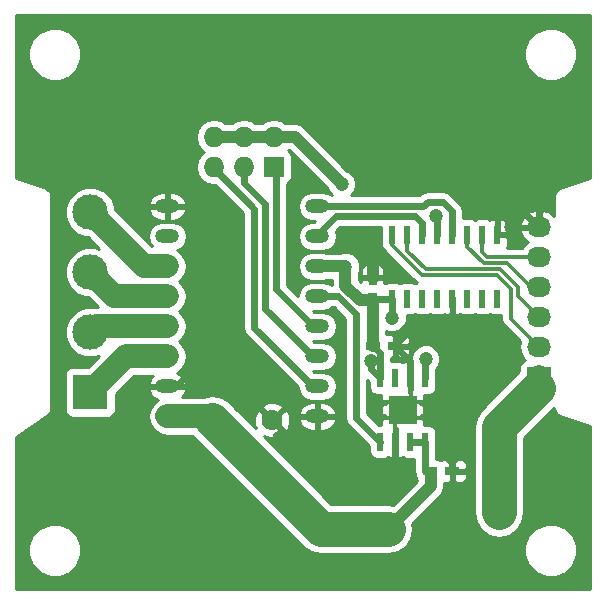
<source format=gbr>
G04 #@! TF.FileFunction,Copper,L2,Bot,Signal*
%FSLAX46Y46*%
G04 Gerber Fmt 4.6, Leading zero omitted, Abs format (unit mm)*
G04 Created by KiCad (PCBNEW 0.201604172031+6696~44~ubuntu14.04.1-product) date Thu 21 Apr 2016 04:16:58 PM EEST*
%MOMM*%
%LPD*%
G01*
G04 APERTURE LIST*
%ADD10C,0.100000*%
%ADD11R,0.750000X1.200000*%
%ADD12R,2.032000X1.727200*%
%ADD13O,2.032000X1.727200*%
%ADD14R,0.600000X1.500000*%
%ADD15O,2.000000X1.200000*%
%ADD16R,1.727200X1.727200*%
%ADD17O,1.727200X1.727200*%
%ADD18R,1.778000X1.778000*%
%ADD19C,1.778000*%
%ADD20R,2.999740X2.999740*%
%ADD21C,2.999740*%
%ADD22R,1.200000X0.750000*%
%ADD23R,0.600000X1.550000*%
%ADD24R,1.175000X1.175000*%
%ADD25C,1.500000*%
%ADD26C,1.200000*%
%ADD27C,1.000000*%
%ADD28C,3.000000*%
%ADD29C,2.000000*%
%ADD30C,0.600000*%
%ADD31C,0.300000*%
%ADD32C,0.254000*%
G04 APERTURE END LIST*
D10*
D11*
X127900000Y-54850000D03*
X127900000Y-52950000D03*
D12*
X142000000Y-61370000D03*
D13*
X142000000Y-58830000D03*
X142000000Y-56290000D03*
X142000000Y-53750000D03*
X142000000Y-51210000D03*
X142000000Y-48670000D03*
D14*
X129555000Y-49300000D03*
X130825000Y-49300000D03*
X132095000Y-49300000D03*
X133365000Y-49300000D03*
X134635000Y-49300000D03*
X135905000Y-49300000D03*
X137175000Y-49300000D03*
X138445000Y-49300000D03*
X138445000Y-54700000D03*
X137175000Y-54700000D03*
X135905000Y-54700000D03*
X134635000Y-54700000D03*
X133365000Y-54700000D03*
X132095000Y-54700000D03*
X130825000Y-54700000D03*
X129555000Y-54700000D03*
D15*
X110529759Y-64674669D03*
X123229759Y-64674669D03*
X110529759Y-62134669D03*
X123229759Y-62134669D03*
X110529759Y-59594669D03*
X123229759Y-59594669D03*
X110529759Y-57054669D03*
X123229759Y-57054669D03*
X110529759Y-54514669D03*
X123229759Y-54514669D03*
X110529759Y-51974669D03*
X123229759Y-51974669D03*
X110529759Y-49434669D03*
X123229759Y-49434669D03*
X110529759Y-46894669D03*
X123229759Y-46894669D03*
D16*
X119540000Y-43540000D03*
D17*
X119540000Y-41000000D03*
X117000000Y-43540000D03*
X117000000Y-41000000D03*
X114460000Y-43540000D03*
X114460000Y-41000000D03*
D18*
X114333000Y-65000000D03*
D19*
X119413000Y-65000000D03*
D20*
X104000000Y-62620000D03*
D21*
X104000000Y-57540000D03*
X104000000Y-52460000D03*
X104000000Y-47380000D03*
D22*
X132750000Y-69300000D03*
X134650000Y-69300000D03*
X127921417Y-58710653D03*
X129821417Y-58710653D03*
D23*
X132363917Y-66823153D03*
X131093917Y-66823153D03*
X129823917Y-66823153D03*
X128553917Y-66823153D03*
X128553917Y-61423153D03*
X129823917Y-61423153D03*
X131093917Y-61423153D03*
X132363917Y-61423153D03*
D24*
X129871417Y-63535653D03*
X131046417Y-63535653D03*
X129871417Y-64710653D03*
X131046417Y-64710653D03*
D25*
X129200000Y-74200000D03*
X138600000Y-72800000D03*
D26*
X120000000Y-66500000D03*
X121500000Y-66500000D03*
X123000000Y-66500000D03*
X124500000Y-66500000D03*
X129800000Y-68800000D03*
X134600000Y-68200000D03*
X132400000Y-57900000D03*
X131000000Y-57400000D03*
X113600000Y-61800000D03*
X112800000Y-60600000D03*
X140300000Y-47000000D03*
X139600000Y-48600000D03*
X141900000Y-46600000D03*
X127400000Y-50400000D03*
X127750000Y-60000000D03*
X132400000Y-59800000D03*
X129546235Y-56306160D03*
X133300000Y-47699998D03*
X125600000Y-52000000D03*
X125300000Y-45000000D03*
D27*
X132821417Y-69710653D02*
X132821417Y-70578583D01*
X132821417Y-70578583D02*
X129200000Y-74200000D01*
D28*
X129200000Y-74200000D02*
X123533000Y-74200000D01*
X123533000Y-74200000D02*
X114333000Y-65000000D01*
D29*
X110529759Y-64674669D02*
X114007669Y-64674669D01*
X114007669Y-64674669D02*
X114333000Y-65000000D01*
D30*
X132363917Y-66823153D02*
X132363917Y-69253153D01*
X132363917Y-69253153D02*
X132821417Y-69710653D01*
X131093917Y-66823153D02*
X132363917Y-66823153D01*
X121500000Y-66500000D02*
X120000000Y-66500000D01*
X124500000Y-66500000D02*
X123000000Y-66500000D01*
X129823917Y-68776083D02*
X129823917Y-66823153D01*
X129800000Y-68800000D02*
X129823917Y-68776083D01*
X134650000Y-69300000D02*
X134650000Y-68250000D01*
X134650000Y-68250000D02*
X134600000Y-68200000D01*
X129821417Y-58710653D02*
X129821417Y-58578583D01*
X129821417Y-58578583D02*
X131000000Y-57400000D01*
X131093917Y-61423153D02*
X131093917Y-59983153D01*
X131093917Y-59983153D02*
X129821417Y-58710653D01*
X110529759Y-62134669D02*
X111265331Y-62134669D01*
X111265331Y-62134669D02*
X112800000Y-60600000D01*
X142000000Y-48670000D02*
X141970000Y-48670000D01*
X141970000Y-48670000D02*
X140300000Y-47000000D01*
X142000000Y-48670000D02*
X142000000Y-46700000D01*
X142000000Y-46700000D02*
X141900000Y-46600000D01*
D27*
X127900000Y-52950000D02*
X127900000Y-50900000D01*
X127900000Y-50900000D02*
X127400000Y-50400000D01*
D30*
X127750000Y-60000000D02*
X127750000Y-60619236D01*
X127750000Y-60619236D02*
X128553917Y-61423153D01*
D27*
X125600000Y-53600000D02*
X126850000Y-54850000D01*
X126850000Y-54850000D02*
X127900000Y-54850000D01*
X125600000Y-52000000D02*
X125600000Y-53600000D01*
X127921417Y-58710653D02*
X127921417Y-54871417D01*
X127921417Y-54871417D02*
X127900000Y-54850000D01*
D30*
X132363917Y-61423153D02*
X132363917Y-59836083D01*
X132363917Y-59836083D02*
X132400000Y-59800000D01*
X129555000Y-56297395D02*
X129546235Y-56306160D01*
X129555000Y-54700000D02*
X129555000Y-56297395D01*
X133365000Y-49300000D02*
X133365000Y-47764998D01*
X133365000Y-47764998D02*
X133300000Y-47699998D01*
D27*
X125574669Y-51974669D02*
X125600000Y-52000000D01*
X123229759Y-51974669D02*
X125574669Y-51974669D01*
X117000000Y-41000000D02*
X114460000Y-41000000D01*
X119540000Y-41000000D02*
X117000000Y-41000000D01*
X125300000Y-45000000D02*
X121300000Y-41000000D01*
X121300000Y-41000000D02*
X119540000Y-41000000D01*
D30*
X127564669Y-54514669D02*
X127900000Y-54850000D01*
X128553917Y-61423153D02*
X128553917Y-59343153D01*
X128553917Y-59343153D02*
X127921417Y-58710653D01*
X129555000Y-54700000D02*
X128050000Y-54700000D01*
X128050000Y-54700000D02*
X127900000Y-54850000D01*
X114460000Y-43540000D02*
X114460000Y-43660000D01*
X114460000Y-43660000D02*
X117900000Y-47100000D01*
X122829759Y-62134669D02*
X123229759Y-62134669D01*
X117900000Y-47100000D02*
X117900000Y-57204910D01*
X117900000Y-57204910D02*
X122829759Y-62134669D01*
X122829759Y-59594669D02*
X123229759Y-59594669D01*
X118800000Y-55564910D02*
X122829759Y-59594669D01*
X117000000Y-44900000D02*
X118800000Y-46700000D01*
X118800000Y-46700000D02*
X118800000Y-55564910D01*
X117000000Y-43540000D02*
X117000000Y-44900000D01*
X119540000Y-43540000D02*
X119540000Y-44040000D01*
X119540000Y-44040000D02*
X119700000Y-44200000D01*
X119700000Y-44200000D02*
X119700000Y-53924910D01*
X119700000Y-53924910D02*
X122829759Y-57054669D01*
X122829759Y-57054669D02*
X123229759Y-57054669D01*
X132095000Y-49300000D02*
X132095000Y-48279002D01*
X132095000Y-48279002D02*
X131515998Y-47700000D01*
X123229759Y-49270241D02*
X123229759Y-49434669D01*
X131515998Y-47700000D02*
X124800000Y-47700000D01*
X124800000Y-47700000D02*
X123229759Y-49270241D01*
X133828002Y-46499998D02*
X132600000Y-46499998D01*
X123229759Y-46894669D02*
X132205329Y-46894669D01*
X132205329Y-46894669D02*
X132600000Y-46499998D01*
X134635000Y-49300000D02*
X134635000Y-47306996D01*
X134635000Y-47306996D02*
X133828002Y-46499998D01*
D29*
X110529759Y-51974669D02*
X108594669Y-51974669D01*
X108594669Y-51974669D02*
X104000000Y-47380000D01*
X110529759Y-54514669D02*
X106054669Y-54514669D01*
X106054669Y-54514669D02*
X104000000Y-52460000D01*
X110529759Y-57054669D02*
X104485331Y-57054669D01*
X104485331Y-57054669D02*
X104000000Y-57540000D01*
X110529759Y-59594669D02*
X107025331Y-59594669D01*
X107025331Y-59594669D02*
X104000000Y-62620000D01*
D31*
X142000000Y-58830000D02*
X142000000Y-58800000D01*
X142000000Y-58800000D02*
X139600000Y-56400000D01*
X139600000Y-53900000D02*
X138400000Y-52700000D01*
X139600000Y-56400000D02*
X139600000Y-53900000D01*
X138400000Y-52700000D02*
X132100000Y-52700000D01*
X132100000Y-52700000D02*
X129555000Y-50155000D01*
X129555000Y-50155000D02*
X129555000Y-49300000D01*
X141847600Y-58830000D02*
X142000000Y-58830000D01*
X140200000Y-53700000D02*
X140200000Y-54490000D01*
X140200000Y-54490000D02*
X142000000Y-56290000D01*
X130825000Y-49300000D02*
X130825000Y-50625000D01*
X130825000Y-50625000D02*
X132399989Y-52199989D01*
X132399989Y-52199989D02*
X138699989Y-52199989D01*
X138699989Y-52199989D02*
X140200000Y-53700000D01*
X135905000Y-49300000D02*
X135905000Y-50305000D01*
X135905000Y-50305000D02*
X137299979Y-51699979D01*
X137299979Y-51699979D02*
X139299979Y-51699979D01*
X139299979Y-51699979D02*
X141350000Y-53750000D01*
X137599969Y-51199969D02*
X140673969Y-51199969D01*
X140673969Y-51199969D02*
X140684000Y-51210000D01*
X137175000Y-49300000D02*
X137175000Y-50775000D01*
X137175000Y-50775000D02*
X137599969Y-51199969D01*
X140684000Y-51210000D02*
X142000000Y-51210000D01*
D29*
X142000000Y-61370000D02*
X142000000Y-62200000D01*
X142000000Y-62200000D02*
X141900000Y-62300000D01*
D28*
X138600000Y-65600000D02*
X141900000Y-62300000D01*
X138600000Y-72800000D02*
X138600000Y-65600000D01*
D30*
X123229759Y-54514669D02*
X125014669Y-54514669D01*
X125014669Y-54514669D02*
X126500000Y-56000000D01*
X126500000Y-56000000D02*
X126500000Y-64769236D01*
X126500000Y-64769236D02*
X128553917Y-66823153D01*
D32*
G36*
X146290000Y-44488261D02*
X143775478Y-45326435D01*
X143753314Y-45339069D01*
X143728295Y-45344046D01*
X143633673Y-45407270D01*
X143534807Y-45463628D01*
X143519167Y-45483780D01*
X143497954Y-45497954D01*
X143434733Y-45592572D01*
X143364956Y-45682478D01*
X143358217Y-45707086D01*
X143344046Y-45728295D01*
X143321845Y-45839907D01*
X143291787Y-45949669D01*
X143294977Y-45974977D01*
X143290000Y-46000000D01*
X143290000Y-47713702D01*
X142914320Y-47378046D01*
X142361913Y-47184816D01*
X142127000Y-47329076D01*
X142127000Y-48543000D01*
X142147000Y-48543000D01*
X142147000Y-48797000D01*
X142127000Y-48797000D01*
X142127000Y-48817000D01*
X141873000Y-48817000D01*
X141873000Y-48797000D01*
X140513783Y-48797000D01*
X140392642Y-49029026D01*
X140395291Y-49044791D01*
X140649268Y-49572036D01*
X141065069Y-49943539D01*
X140755585Y-50150330D01*
X140578759Y-50414969D01*
X139278056Y-50414969D01*
X139283327Y-50409698D01*
X139380000Y-50176309D01*
X139380000Y-49585750D01*
X139221250Y-49427000D01*
X138572000Y-49427000D01*
X138572000Y-49447000D01*
X138318000Y-49447000D01*
X138318000Y-49427000D01*
X138298000Y-49427000D01*
X138298000Y-49173000D01*
X138318000Y-49173000D01*
X138318000Y-48073750D01*
X138572000Y-48073750D01*
X138572000Y-49173000D01*
X139221250Y-49173000D01*
X139380000Y-49014250D01*
X139380000Y-48423691D01*
X139333312Y-48310974D01*
X140392642Y-48310974D01*
X140513783Y-48543000D01*
X141873000Y-48543000D01*
X141873000Y-47329076D01*
X141638087Y-47184816D01*
X141085680Y-47378046D01*
X140649268Y-47767964D01*
X140395291Y-48295209D01*
X140392642Y-48310974D01*
X139333312Y-48310974D01*
X139283327Y-48190302D01*
X139104699Y-48011673D01*
X138871310Y-47915000D01*
X138730750Y-47915000D01*
X138572000Y-48073750D01*
X138318000Y-48073750D01*
X138159250Y-47915000D01*
X138018690Y-47915000D01*
X137801972Y-48004768D01*
X137722765Y-47951843D01*
X137475000Y-47902560D01*
X136875000Y-47902560D01*
X136627235Y-47951843D01*
X136540000Y-48010132D01*
X136452765Y-47951843D01*
X136205000Y-47902560D01*
X135605000Y-47902560D01*
X135570000Y-47909522D01*
X135570000Y-47307001D01*
X135570001Y-47306996D01*
X135509201Y-47001341D01*
X135498827Y-46949187D01*
X135296145Y-46645851D01*
X135296142Y-46645849D01*
X134489147Y-45838853D01*
X134185811Y-45636171D01*
X133828002Y-45564998D01*
X132600000Y-45564998D01*
X132242191Y-45636171D01*
X131938855Y-45838853D01*
X131818039Y-45959669D01*
X126086734Y-45959669D01*
X126346371Y-45700485D01*
X126534785Y-45246734D01*
X126535214Y-44755421D01*
X126347592Y-44301343D01*
X126000485Y-43953629D01*
X125758124Y-43852992D01*
X122102566Y-40197434D01*
X121734346Y-39951397D01*
X121300000Y-39865000D01*
X120530870Y-39865000D01*
X120113489Y-39586115D01*
X119540000Y-39472041D01*
X118966511Y-39586115D01*
X118549130Y-39865000D01*
X117990870Y-39865000D01*
X117573489Y-39586115D01*
X117000000Y-39472041D01*
X116426511Y-39586115D01*
X116009130Y-39865000D01*
X115450870Y-39865000D01*
X115033489Y-39586115D01*
X114460000Y-39472041D01*
X113886511Y-39586115D01*
X113400330Y-39910971D01*
X113075474Y-40397152D01*
X112961400Y-40970641D01*
X112961400Y-41029359D01*
X113075474Y-41602848D01*
X113400330Y-42089029D01*
X113671172Y-42270000D01*
X113400330Y-42450971D01*
X113075474Y-42937152D01*
X112961400Y-43510641D01*
X112961400Y-43569359D01*
X113075474Y-44142848D01*
X113400330Y-44629029D01*
X113886511Y-44953885D01*
X114460000Y-45067959D01*
X114531456Y-45053746D01*
X116965000Y-47487290D01*
X116965000Y-57204910D01*
X117036173Y-57562719D01*
X117238855Y-57866055D01*
X121576448Y-62203648D01*
X121656736Y-62607283D01*
X121924450Y-63007946D01*
X122325113Y-63275660D01*
X122797727Y-63369669D01*
X123661791Y-63369669D01*
X124134405Y-63275660D01*
X124535068Y-63007946D01*
X124802782Y-62607283D01*
X124896791Y-62134669D01*
X124802782Y-61662055D01*
X124535068Y-61261392D01*
X124134405Y-60993678D01*
X123661791Y-60899669D01*
X122917049Y-60899669D01*
X122847049Y-60829669D01*
X123661791Y-60829669D01*
X124134405Y-60735660D01*
X124535068Y-60467946D01*
X124802782Y-60067283D01*
X124896791Y-59594669D01*
X124802782Y-59122055D01*
X124535068Y-58721392D01*
X124134405Y-58453678D01*
X123661791Y-58359669D01*
X122917049Y-58359669D01*
X122847049Y-58289669D01*
X123661791Y-58289669D01*
X124134405Y-58195660D01*
X124535068Y-57927946D01*
X124802782Y-57527283D01*
X124896791Y-57054669D01*
X124802782Y-56582055D01*
X124535068Y-56181392D01*
X124134405Y-55913678D01*
X123661791Y-55819669D01*
X122917049Y-55819669D01*
X122847049Y-55749669D01*
X123661791Y-55749669D01*
X124134405Y-55655660D01*
X124442693Y-55449669D01*
X124627379Y-55449669D01*
X125565000Y-56387290D01*
X125565000Y-64769236D01*
X125636173Y-65127045D01*
X125838855Y-65430381D01*
X127606477Y-67198003D01*
X127606477Y-67598153D01*
X127655760Y-67845918D01*
X127796108Y-68055962D01*
X128006152Y-68196310D01*
X128253917Y-68245593D01*
X128853917Y-68245593D01*
X129101682Y-68196310D01*
X129180889Y-68143385D01*
X129397607Y-68233153D01*
X129538167Y-68233153D01*
X129696917Y-68074403D01*
X129696917Y-66950153D01*
X129676917Y-66950153D01*
X129676917Y-66696153D01*
X129696917Y-66696153D01*
X129696917Y-65821903D01*
X129744417Y-65774403D01*
X129744417Y-64837653D01*
X128807667Y-64837653D01*
X128648917Y-64996403D01*
X128648917Y-65400713D01*
X128453767Y-65400713D01*
X127435000Y-64381946D01*
X127435000Y-63821403D01*
X128648917Y-63821403D01*
X128648917Y-64424903D01*
X128807667Y-64583653D01*
X128846391Y-64583653D01*
X128924218Y-64661480D01*
X129157607Y-64758153D01*
X129585667Y-64758153D01*
X129744417Y-64599403D01*
X129744417Y-63821403D01*
X129823917Y-63821403D01*
X129823917Y-64424903D01*
X129982667Y-64583653D01*
X129998417Y-64583653D01*
X129998417Y-64599403D01*
X130157167Y-64758153D01*
X130760667Y-64758153D01*
X130919417Y-64599403D01*
X130919417Y-64583653D01*
X130935167Y-64583653D01*
X131093917Y-64424903D01*
X131093917Y-63821403D01*
X130935167Y-63662653D01*
X130919417Y-63662653D01*
X130919417Y-63646903D01*
X131173417Y-63646903D01*
X131173417Y-64599403D01*
X131332167Y-64758153D01*
X131760227Y-64758153D01*
X131993616Y-64661480D01*
X132071443Y-64583653D01*
X132110167Y-64583653D01*
X132268917Y-64424903D01*
X132268917Y-63821403D01*
X132110167Y-63662653D01*
X132071443Y-63662653D01*
X131993616Y-63584826D01*
X131760227Y-63488153D01*
X131332167Y-63488153D01*
X131173417Y-63646903D01*
X130919417Y-63646903D01*
X130760667Y-63488153D01*
X130157167Y-63488153D01*
X129998417Y-63646903D01*
X129998417Y-63662653D01*
X129982667Y-63662653D01*
X129823917Y-63821403D01*
X129744417Y-63821403D01*
X129744417Y-63646903D01*
X129585667Y-63488153D01*
X129157607Y-63488153D01*
X128924218Y-63584826D01*
X128846391Y-63662653D01*
X128807667Y-63662653D01*
X128648917Y-63821403D01*
X127435000Y-63821403D01*
X127435000Y-61626526D01*
X127606477Y-61798003D01*
X127606477Y-62198153D01*
X127655760Y-62445918D01*
X127796108Y-62655962D01*
X128006152Y-62796310D01*
X128253917Y-62845593D01*
X128648917Y-62845593D01*
X128648917Y-63249903D01*
X128807667Y-63408653D01*
X129744417Y-63408653D01*
X129744417Y-63388653D01*
X129962667Y-63388653D01*
X129982667Y-63408653D01*
X130935167Y-63408653D01*
X131093917Y-63249903D01*
X131093917Y-62821844D01*
X130997244Y-62588455D01*
X130966917Y-62558128D01*
X130966917Y-61550153D01*
X130946917Y-61550153D01*
X130946917Y-61296153D01*
X130966917Y-61296153D01*
X130966917Y-60171903D01*
X130839593Y-60044579D01*
X131164786Y-60044579D01*
X131220917Y-60180426D01*
X131220917Y-61296153D01*
X131240917Y-61296153D01*
X131240917Y-61550153D01*
X131220917Y-61550153D01*
X131220917Y-62424403D01*
X131173417Y-62471903D01*
X131173417Y-63408653D01*
X132110167Y-63408653D01*
X132268917Y-63249903D01*
X132268917Y-62845593D01*
X132663917Y-62845593D01*
X132911682Y-62796310D01*
X133121726Y-62655962D01*
X133262074Y-62445918D01*
X133311357Y-62198153D01*
X133311357Y-60648153D01*
X133309218Y-60637399D01*
X133446371Y-60500485D01*
X133634785Y-60046734D01*
X133635214Y-59555421D01*
X133447592Y-59101343D01*
X133100485Y-58753629D01*
X132646734Y-58565215D01*
X132155421Y-58564786D01*
X131701343Y-58752408D01*
X131353629Y-59099515D01*
X131165215Y-59553266D01*
X131164786Y-60044579D01*
X130839593Y-60044579D01*
X130808167Y-60013153D01*
X130667607Y-60013153D01*
X130450889Y-60102921D01*
X130371682Y-60049996D01*
X130123917Y-60000713D01*
X129523917Y-60000713D01*
X129488917Y-60007675D01*
X129488917Y-59720653D01*
X129535667Y-59720653D01*
X129694417Y-59561903D01*
X129694417Y-58837653D01*
X129948417Y-58837653D01*
X129948417Y-59561903D01*
X130107167Y-59720653D01*
X130547726Y-59720653D01*
X130781115Y-59623980D01*
X130959744Y-59445352D01*
X131056417Y-59211963D01*
X131056417Y-58996403D01*
X130897667Y-58837653D01*
X129948417Y-58837653D01*
X129694417Y-58837653D01*
X129674417Y-58837653D01*
X129674417Y-58583653D01*
X129694417Y-58583653D01*
X129694417Y-57859403D01*
X129948417Y-57859403D01*
X129948417Y-58583653D01*
X130897667Y-58583653D01*
X131056417Y-58424903D01*
X131056417Y-58209343D01*
X130959744Y-57975954D01*
X130781115Y-57797326D01*
X130547726Y-57700653D01*
X130107167Y-57700653D01*
X129948417Y-57859403D01*
X129694417Y-57859403D01*
X129535667Y-57700653D01*
X129095108Y-57700653D01*
X129056417Y-57716679D01*
X129056417Y-57440008D01*
X129299501Y-57540945D01*
X129790814Y-57541374D01*
X130244892Y-57353752D01*
X130592606Y-57006645D01*
X130781020Y-56552894D01*
X130781418Y-56097440D01*
X131125000Y-56097440D01*
X131372765Y-56048157D01*
X131460000Y-55989868D01*
X131547235Y-56048157D01*
X131795000Y-56097440D01*
X132395000Y-56097440D01*
X132642765Y-56048157D01*
X132730000Y-55989868D01*
X132817235Y-56048157D01*
X133065000Y-56097440D01*
X133665000Y-56097440D01*
X133912765Y-56048157D01*
X133991972Y-55995232D01*
X134208690Y-56085000D01*
X134349250Y-56085000D01*
X134508000Y-55926250D01*
X134508000Y-54827000D01*
X134488000Y-54827000D01*
X134488000Y-54573000D01*
X134508000Y-54573000D01*
X134508000Y-54553000D01*
X134762000Y-54553000D01*
X134762000Y-54573000D01*
X134782000Y-54573000D01*
X134782000Y-54827000D01*
X134762000Y-54827000D01*
X134762000Y-55926250D01*
X134920750Y-56085000D01*
X135061310Y-56085000D01*
X135278028Y-55995232D01*
X135357235Y-56048157D01*
X135605000Y-56097440D01*
X136205000Y-56097440D01*
X136452765Y-56048157D01*
X136540000Y-55989868D01*
X136627235Y-56048157D01*
X136875000Y-56097440D01*
X137475000Y-56097440D01*
X137722765Y-56048157D01*
X137810000Y-55989868D01*
X137897235Y-56048157D01*
X138145000Y-56097440D01*
X138745000Y-56097440D01*
X138815000Y-56083516D01*
X138815000Y-56400000D01*
X138874755Y-56700407D01*
X139044921Y-56955079D01*
X140416730Y-58326888D01*
X140316655Y-58830000D01*
X140430729Y-59403489D01*
X140755585Y-59889670D01*
X140772566Y-59901016D01*
X140736235Y-59908243D01*
X140526191Y-60048591D01*
X140385843Y-60258635D01*
X140336560Y-60506400D01*
X140336560Y-60844094D01*
X137090327Y-64090327D01*
X136627517Y-64782971D01*
X136465000Y-65600000D01*
X136465000Y-72800000D01*
X136627517Y-73617029D01*
X137090327Y-74309673D01*
X137782971Y-74772483D01*
X138600000Y-74935000D01*
X139417029Y-74772483D01*
X140109673Y-74309673D01*
X140572483Y-73617029D01*
X140735000Y-72800000D01*
X140735000Y-66484346D01*
X143290000Y-63929346D01*
X143290000Y-64000000D01*
X143294977Y-64025023D01*
X143291787Y-64050331D01*
X143321845Y-64160093D01*
X143344046Y-64271705D01*
X143358217Y-64292914D01*
X143364956Y-64317522D01*
X143434733Y-64407428D01*
X143497954Y-64502046D01*
X143519167Y-64516220D01*
X143534807Y-64536372D01*
X143633673Y-64592730D01*
X143728295Y-64655954D01*
X143753314Y-64660931D01*
X143775478Y-64673565D01*
X146290000Y-65511739D01*
X146290000Y-79290000D01*
X97710000Y-79290000D01*
X97710000Y-76442619D01*
X98764613Y-76442619D01*
X99104155Y-77264372D01*
X99732321Y-77893636D01*
X100553481Y-78234611D01*
X101442619Y-78235387D01*
X102264372Y-77895845D01*
X102893636Y-77267679D01*
X103234611Y-76446519D01*
X103234614Y-76442619D01*
X140764613Y-76442619D01*
X141104155Y-77264372D01*
X141732321Y-77893636D01*
X142553481Y-78234611D01*
X143442619Y-78235387D01*
X144264372Y-77895845D01*
X144893636Y-77267679D01*
X145234611Y-76446519D01*
X145235387Y-75557381D01*
X144895845Y-74735628D01*
X144267679Y-74106364D01*
X143446519Y-73765389D01*
X142557381Y-73764613D01*
X141735628Y-74104155D01*
X141106364Y-74732321D01*
X140765389Y-75553481D01*
X140764613Y-76442619D01*
X103234614Y-76442619D01*
X103235387Y-75557381D01*
X102895845Y-74735628D01*
X102267679Y-74106364D01*
X101446519Y-73765389D01*
X100557381Y-73764613D01*
X99735628Y-74104155D01*
X99106364Y-74732321D01*
X98765389Y-75553481D01*
X98764613Y-76442619D01*
X97710000Y-76442619D01*
X97710000Y-66379981D01*
X100393837Y-64590756D01*
X100443596Y-64541101D01*
X100502046Y-64502046D01*
X100540693Y-64444206D01*
X100589930Y-64395072D01*
X100616899Y-64330155D01*
X100655954Y-64271705D01*
X100669525Y-64203482D01*
X100696212Y-64139243D01*
X100696285Y-64068948D01*
X100710000Y-64000000D01*
X100710000Y-61120130D01*
X101852690Y-61120130D01*
X101852690Y-64119870D01*
X101901973Y-64367635D01*
X102042321Y-64577679D01*
X102252365Y-64718027D01*
X102500130Y-64767310D01*
X105499870Y-64767310D01*
X105747635Y-64718027D01*
X105812524Y-64674669D01*
X108862727Y-64674669D01*
X108956736Y-65147283D01*
X109002346Y-65215543D01*
X109019216Y-65300356D01*
X109373639Y-65830789D01*
X109904072Y-66185212D01*
X110529759Y-66309669D01*
X112689689Y-66309669D01*
X112823327Y-66509673D01*
X122023327Y-75709673D01*
X122715971Y-76172483D01*
X123533000Y-76335000D01*
X129200000Y-76335000D01*
X130017029Y-76172483D01*
X130709673Y-75709673D01*
X131172483Y-75017029D01*
X131335000Y-74200000D01*
X131247089Y-73758043D01*
X133623983Y-71381149D01*
X133870020Y-71012929D01*
X133956417Y-70578583D01*
X133956417Y-70310000D01*
X134364250Y-70310000D01*
X134523000Y-70151250D01*
X134523000Y-69427000D01*
X134777000Y-69427000D01*
X134777000Y-70151250D01*
X134935750Y-70310000D01*
X135376309Y-70310000D01*
X135609698Y-70213327D01*
X135788327Y-70034699D01*
X135885000Y-69801310D01*
X135885000Y-69585750D01*
X135726250Y-69427000D01*
X134777000Y-69427000D01*
X134523000Y-69427000D01*
X134503000Y-69427000D01*
X134503000Y-69173000D01*
X134523000Y-69173000D01*
X134523000Y-68448750D01*
X134777000Y-68448750D01*
X134777000Y-69173000D01*
X135726250Y-69173000D01*
X135885000Y-69014250D01*
X135885000Y-68798690D01*
X135788327Y-68565301D01*
X135609698Y-68386673D01*
X135376309Y-68290000D01*
X134935750Y-68290000D01*
X134777000Y-68448750D01*
X134523000Y-68448750D01*
X134364250Y-68290000D01*
X133923691Y-68290000D01*
X133690302Y-68386673D01*
X133689102Y-68387873D01*
X133597765Y-68326843D01*
X133350000Y-68277560D01*
X133298917Y-68277560D01*
X133298917Y-67660694D01*
X133311357Y-67598153D01*
X133311357Y-66048153D01*
X133262074Y-65800388D01*
X133121726Y-65590344D01*
X132911682Y-65449996D01*
X132663917Y-65400713D01*
X132268917Y-65400713D01*
X132268917Y-64996403D01*
X132110167Y-64837653D01*
X131173417Y-64837653D01*
X131173417Y-64857653D01*
X130955167Y-64857653D01*
X130935167Y-64837653D01*
X129982667Y-64837653D01*
X129823917Y-64996403D01*
X129823917Y-65424462D01*
X129920590Y-65657851D01*
X129950917Y-65688178D01*
X129950917Y-66696153D01*
X129970917Y-66696153D01*
X129970917Y-66950153D01*
X129950917Y-66950153D01*
X129950917Y-68074403D01*
X130109667Y-68233153D01*
X130250227Y-68233153D01*
X130466945Y-68143385D01*
X130546152Y-68196310D01*
X130793917Y-68245593D01*
X131393917Y-68245593D01*
X131428917Y-68238631D01*
X131428917Y-69253153D01*
X131500090Y-69610962D01*
X131502560Y-69614659D01*
X131502560Y-69675000D01*
X131551843Y-69922765D01*
X131680122Y-70114746D01*
X129641957Y-72152911D01*
X129200000Y-72065000D01*
X124417346Y-72065000D01*
X118722696Y-66370350D01*
X119174965Y-66535516D01*
X119780700Y-66509723D01*
X120220533Y-66327539D01*
X120305591Y-66072196D01*
X119413000Y-65179605D01*
X119398858Y-65193748D01*
X119219253Y-65014143D01*
X119233395Y-65000000D01*
X119592605Y-65000000D01*
X120485196Y-65892591D01*
X120740539Y-65807533D01*
X120948516Y-65238035D01*
X120938052Y-64992278D01*
X121636297Y-64992278D01*
X121640167Y-65029950D01*
X121866679Y-65458143D01*
X122239812Y-65767059D01*
X122702759Y-65909669D01*
X123102759Y-65909669D01*
X123102759Y-64801669D01*
X123356759Y-64801669D01*
X123356759Y-65909669D01*
X123756759Y-65909669D01*
X124219706Y-65767059D01*
X124592839Y-65458143D01*
X124819351Y-65029950D01*
X124823221Y-64992278D01*
X124698490Y-64801669D01*
X123356759Y-64801669D01*
X123102759Y-64801669D01*
X121761028Y-64801669D01*
X121636297Y-64992278D01*
X120938052Y-64992278D01*
X120922723Y-64632300D01*
X120808716Y-64357060D01*
X121636297Y-64357060D01*
X121761028Y-64547669D01*
X123102759Y-64547669D01*
X123102759Y-63439669D01*
X123356759Y-63439669D01*
X123356759Y-64547669D01*
X124698490Y-64547669D01*
X124823221Y-64357060D01*
X124819351Y-64319388D01*
X124592839Y-63891195D01*
X124219706Y-63582279D01*
X123756759Y-63439669D01*
X123356759Y-63439669D01*
X123102759Y-63439669D01*
X122702759Y-63439669D01*
X122239812Y-63582279D01*
X121866679Y-63891195D01*
X121640167Y-64319388D01*
X121636297Y-64357060D01*
X120808716Y-64357060D01*
X120740539Y-64192467D01*
X120485196Y-64107409D01*
X119592605Y-65000000D01*
X119233395Y-65000000D01*
X118340804Y-64107409D01*
X118085461Y-64192467D01*
X117877484Y-64761965D01*
X117903277Y-65367700D01*
X118032840Y-65680494D01*
X116280150Y-63927804D01*
X118520409Y-63927804D01*
X119413000Y-64820395D01*
X120305591Y-63927804D01*
X120220533Y-63672461D01*
X119651035Y-63464484D01*
X119045300Y-63490277D01*
X118605467Y-63672461D01*
X118520409Y-63927804D01*
X116280150Y-63927804D01*
X115842673Y-63490327D01*
X115150029Y-63027517D01*
X114333000Y-62865000D01*
X113515971Y-63027517D01*
X113497784Y-63039669D01*
X111746050Y-63039669D01*
X111892839Y-62918143D01*
X112119351Y-62489950D01*
X112123221Y-62452278D01*
X111998490Y-62261669D01*
X110656759Y-62261669D01*
X110656759Y-62281669D01*
X110402759Y-62281669D01*
X110402759Y-62261669D01*
X109061028Y-62261669D01*
X108936297Y-62452278D01*
X108940167Y-62489950D01*
X109166679Y-62918143D01*
X109539812Y-63227059D01*
X109724664Y-63284002D01*
X109373639Y-63518549D01*
X109019216Y-64048982D01*
X109002346Y-64133795D01*
X108956736Y-64202055D01*
X108862727Y-64674669D01*
X105812524Y-64674669D01*
X105957679Y-64577679D01*
X106098027Y-64367635D01*
X106147310Y-64119870D01*
X106147310Y-62784930D01*
X107702570Y-61229669D01*
X109313468Y-61229669D01*
X109166679Y-61351195D01*
X108940167Y-61779388D01*
X108936297Y-61817060D01*
X109061028Y-62007669D01*
X110402759Y-62007669D01*
X110402759Y-61987669D01*
X110656759Y-61987669D01*
X110656759Y-62007669D01*
X111998490Y-62007669D01*
X112123221Y-61817060D01*
X112119351Y-61779388D01*
X111892839Y-61351195D01*
X111519706Y-61042279D01*
X111334854Y-60985336D01*
X111685879Y-60750789D01*
X112040302Y-60220356D01*
X112057172Y-60135543D01*
X112102782Y-60067283D01*
X112196791Y-59594669D01*
X112102782Y-59122055D01*
X112057172Y-59053795D01*
X112040302Y-58968982D01*
X111685879Y-58438549D01*
X111515445Y-58324669D01*
X111685879Y-58210789D01*
X112040302Y-57680356D01*
X112057172Y-57595543D01*
X112102782Y-57527283D01*
X112196791Y-57054669D01*
X112102782Y-56582055D01*
X112057172Y-56513795D01*
X112040302Y-56428982D01*
X111685879Y-55898549D01*
X111515445Y-55784669D01*
X111685879Y-55670789D01*
X112040302Y-55140356D01*
X112057172Y-55055543D01*
X112102782Y-54987283D01*
X112196791Y-54514669D01*
X112102782Y-54042055D01*
X112057172Y-53973795D01*
X112040302Y-53888982D01*
X111685879Y-53358549D01*
X111515445Y-53244669D01*
X111685879Y-53130789D01*
X112040302Y-52600356D01*
X112057172Y-52515543D01*
X112102782Y-52447283D01*
X112196791Y-51974669D01*
X112102782Y-51502055D01*
X112057172Y-51433795D01*
X112040302Y-51348982D01*
X111685879Y-50818549D01*
X111348070Y-50592833D01*
X111434405Y-50575660D01*
X111835068Y-50307946D01*
X112102782Y-49907283D01*
X112196791Y-49434669D01*
X112102782Y-48962055D01*
X111835068Y-48561392D01*
X111434405Y-48293678D01*
X110961791Y-48199669D01*
X110097727Y-48199669D01*
X109625113Y-48293678D01*
X109224450Y-48561392D01*
X108956736Y-48962055D01*
X108862727Y-49434669D01*
X108956736Y-49907283D01*
X109192765Y-50260526D01*
X106144518Y-47212278D01*
X108936297Y-47212278D01*
X108940167Y-47249950D01*
X109166679Y-47678143D01*
X109539812Y-47987059D01*
X110002759Y-48129669D01*
X110402759Y-48129669D01*
X110402759Y-47021669D01*
X110656759Y-47021669D01*
X110656759Y-48129669D01*
X111056759Y-48129669D01*
X111519706Y-47987059D01*
X111892839Y-47678143D01*
X112119351Y-47249950D01*
X112123221Y-47212278D01*
X111998490Y-47021669D01*
X110656759Y-47021669D01*
X110402759Y-47021669D01*
X109061028Y-47021669D01*
X108936297Y-47212278D01*
X106144518Y-47212278D01*
X106135026Y-47202786D01*
X106135240Y-46957211D01*
X105978165Y-46577060D01*
X108936297Y-46577060D01*
X109061028Y-46767669D01*
X110402759Y-46767669D01*
X110402759Y-45659669D01*
X110656759Y-45659669D01*
X110656759Y-46767669D01*
X111998490Y-46767669D01*
X112123221Y-46577060D01*
X112119351Y-46539388D01*
X111892839Y-46111195D01*
X111519706Y-45802279D01*
X111056759Y-45659669D01*
X110656759Y-45659669D01*
X110402759Y-45659669D01*
X110002759Y-45659669D01*
X109539812Y-45802279D01*
X109166679Y-46111195D01*
X108940167Y-46539388D01*
X108936297Y-46577060D01*
X105978165Y-46577060D01*
X105810910Y-46172273D01*
X105210886Y-45571200D01*
X104426515Y-45245501D01*
X103577211Y-45244760D01*
X102792273Y-45569090D01*
X102191200Y-46169114D01*
X101865501Y-46953485D01*
X101864760Y-47802789D01*
X102189090Y-48587727D01*
X102789114Y-49188800D01*
X103573485Y-49514499D01*
X103822476Y-49514716D01*
X104780070Y-50472310D01*
X104426515Y-50325501D01*
X103577211Y-50324760D01*
X102792273Y-50649090D01*
X102191200Y-51249114D01*
X101865501Y-52033485D01*
X101864760Y-52882789D01*
X102189090Y-53667727D01*
X102789114Y-54268800D01*
X103573485Y-54594499D01*
X103822477Y-54594716D01*
X104647430Y-55419669D01*
X104485336Y-55419669D01*
X104485331Y-55419668D01*
X104468632Y-55422990D01*
X104426515Y-55405501D01*
X103577211Y-55404760D01*
X102792273Y-55729090D01*
X102191200Y-56329114D01*
X101865501Y-57113485D01*
X101864760Y-57962789D01*
X102189090Y-58747727D01*
X102789114Y-59348800D01*
X103573485Y-59674499D01*
X104422789Y-59675240D01*
X104780200Y-59527561D01*
X103835070Y-60472690D01*
X102500130Y-60472690D01*
X102252365Y-60521973D01*
X102042321Y-60662321D01*
X101901973Y-60872365D01*
X101852690Y-61120130D01*
X100710000Y-61120130D01*
X100710000Y-46000000D01*
X100705023Y-45974980D01*
X100708214Y-45949669D01*
X100678154Y-45839899D01*
X100655954Y-45728295D01*
X100641783Y-45707086D01*
X100635044Y-45682478D01*
X100565267Y-45592572D01*
X100502046Y-45497954D01*
X100480833Y-45483780D01*
X100465193Y-45463628D01*
X100366327Y-45407270D01*
X100271705Y-45344046D01*
X100246686Y-45339069D01*
X100224522Y-45326435D01*
X97710000Y-44488261D01*
X97710000Y-34442619D01*
X98764613Y-34442619D01*
X99104155Y-35264372D01*
X99732321Y-35893636D01*
X100553481Y-36234611D01*
X101442619Y-36235387D01*
X102264372Y-35895845D01*
X102893636Y-35267679D01*
X103234611Y-34446519D01*
X103234614Y-34442619D01*
X140764613Y-34442619D01*
X141104155Y-35264372D01*
X141732321Y-35893636D01*
X142553481Y-36234611D01*
X143442619Y-36235387D01*
X144264372Y-35895845D01*
X144893636Y-35267679D01*
X145234611Y-34446519D01*
X145235387Y-33557381D01*
X144895845Y-32735628D01*
X144267679Y-32106364D01*
X143446519Y-31765389D01*
X142557381Y-31764613D01*
X141735628Y-32104155D01*
X141106364Y-32732321D01*
X140765389Y-33553481D01*
X140764613Y-34442619D01*
X103234614Y-34442619D01*
X103235387Y-33557381D01*
X102895845Y-32735628D01*
X102267679Y-32106364D01*
X101446519Y-31765389D01*
X100557381Y-31764613D01*
X99735628Y-32104155D01*
X99106364Y-32732321D01*
X98765389Y-33553481D01*
X98764613Y-34442619D01*
X97710000Y-34442619D01*
X97710000Y-30710000D01*
X146290000Y-30710000D01*
X146290000Y-44488261D01*
X146290000Y-44488261D01*
G37*
X146290000Y-44488261D02*
X143775478Y-45326435D01*
X143753314Y-45339069D01*
X143728295Y-45344046D01*
X143633673Y-45407270D01*
X143534807Y-45463628D01*
X143519167Y-45483780D01*
X143497954Y-45497954D01*
X143434733Y-45592572D01*
X143364956Y-45682478D01*
X143358217Y-45707086D01*
X143344046Y-45728295D01*
X143321845Y-45839907D01*
X143291787Y-45949669D01*
X143294977Y-45974977D01*
X143290000Y-46000000D01*
X143290000Y-47713702D01*
X142914320Y-47378046D01*
X142361913Y-47184816D01*
X142127000Y-47329076D01*
X142127000Y-48543000D01*
X142147000Y-48543000D01*
X142147000Y-48797000D01*
X142127000Y-48797000D01*
X142127000Y-48817000D01*
X141873000Y-48817000D01*
X141873000Y-48797000D01*
X140513783Y-48797000D01*
X140392642Y-49029026D01*
X140395291Y-49044791D01*
X140649268Y-49572036D01*
X141065069Y-49943539D01*
X140755585Y-50150330D01*
X140578759Y-50414969D01*
X139278056Y-50414969D01*
X139283327Y-50409698D01*
X139380000Y-50176309D01*
X139380000Y-49585750D01*
X139221250Y-49427000D01*
X138572000Y-49427000D01*
X138572000Y-49447000D01*
X138318000Y-49447000D01*
X138318000Y-49427000D01*
X138298000Y-49427000D01*
X138298000Y-49173000D01*
X138318000Y-49173000D01*
X138318000Y-48073750D01*
X138572000Y-48073750D01*
X138572000Y-49173000D01*
X139221250Y-49173000D01*
X139380000Y-49014250D01*
X139380000Y-48423691D01*
X139333312Y-48310974D01*
X140392642Y-48310974D01*
X140513783Y-48543000D01*
X141873000Y-48543000D01*
X141873000Y-47329076D01*
X141638087Y-47184816D01*
X141085680Y-47378046D01*
X140649268Y-47767964D01*
X140395291Y-48295209D01*
X140392642Y-48310974D01*
X139333312Y-48310974D01*
X139283327Y-48190302D01*
X139104699Y-48011673D01*
X138871310Y-47915000D01*
X138730750Y-47915000D01*
X138572000Y-48073750D01*
X138318000Y-48073750D01*
X138159250Y-47915000D01*
X138018690Y-47915000D01*
X137801972Y-48004768D01*
X137722765Y-47951843D01*
X137475000Y-47902560D01*
X136875000Y-47902560D01*
X136627235Y-47951843D01*
X136540000Y-48010132D01*
X136452765Y-47951843D01*
X136205000Y-47902560D01*
X135605000Y-47902560D01*
X135570000Y-47909522D01*
X135570000Y-47307001D01*
X135570001Y-47306996D01*
X135509201Y-47001341D01*
X135498827Y-46949187D01*
X135296145Y-46645851D01*
X135296142Y-46645849D01*
X134489147Y-45838853D01*
X134185811Y-45636171D01*
X133828002Y-45564998D01*
X132600000Y-45564998D01*
X132242191Y-45636171D01*
X131938855Y-45838853D01*
X131818039Y-45959669D01*
X126086734Y-45959669D01*
X126346371Y-45700485D01*
X126534785Y-45246734D01*
X126535214Y-44755421D01*
X126347592Y-44301343D01*
X126000485Y-43953629D01*
X125758124Y-43852992D01*
X122102566Y-40197434D01*
X121734346Y-39951397D01*
X121300000Y-39865000D01*
X120530870Y-39865000D01*
X120113489Y-39586115D01*
X119540000Y-39472041D01*
X118966511Y-39586115D01*
X118549130Y-39865000D01*
X117990870Y-39865000D01*
X117573489Y-39586115D01*
X117000000Y-39472041D01*
X116426511Y-39586115D01*
X116009130Y-39865000D01*
X115450870Y-39865000D01*
X115033489Y-39586115D01*
X114460000Y-39472041D01*
X113886511Y-39586115D01*
X113400330Y-39910971D01*
X113075474Y-40397152D01*
X112961400Y-40970641D01*
X112961400Y-41029359D01*
X113075474Y-41602848D01*
X113400330Y-42089029D01*
X113671172Y-42270000D01*
X113400330Y-42450971D01*
X113075474Y-42937152D01*
X112961400Y-43510641D01*
X112961400Y-43569359D01*
X113075474Y-44142848D01*
X113400330Y-44629029D01*
X113886511Y-44953885D01*
X114460000Y-45067959D01*
X114531456Y-45053746D01*
X116965000Y-47487290D01*
X116965000Y-57204910D01*
X117036173Y-57562719D01*
X117238855Y-57866055D01*
X121576448Y-62203648D01*
X121656736Y-62607283D01*
X121924450Y-63007946D01*
X122325113Y-63275660D01*
X122797727Y-63369669D01*
X123661791Y-63369669D01*
X124134405Y-63275660D01*
X124535068Y-63007946D01*
X124802782Y-62607283D01*
X124896791Y-62134669D01*
X124802782Y-61662055D01*
X124535068Y-61261392D01*
X124134405Y-60993678D01*
X123661791Y-60899669D01*
X122917049Y-60899669D01*
X122847049Y-60829669D01*
X123661791Y-60829669D01*
X124134405Y-60735660D01*
X124535068Y-60467946D01*
X124802782Y-60067283D01*
X124896791Y-59594669D01*
X124802782Y-59122055D01*
X124535068Y-58721392D01*
X124134405Y-58453678D01*
X123661791Y-58359669D01*
X122917049Y-58359669D01*
X122847049Y-58289669D01*
X123661791Y-58289669D01*
X124134405Y-58195660D01*
X124535068Y-57927946D01*
X124802782Y-57527283D01*
X124896791Y-57054669D01*
X124802782Y-56582055D01*
X124535068Y-56181392D01*
X124134405Y-55913678D01*
X123661791Y-55819669D01*
X122917049Y-55819669D01*
X122847049Y-55749669D01*
X123661791Y-55749669D01*
X124134405Y-55655660D01*
X124442693Y-55449669D01*
X124627379Y-55449669D01*
X125565000Y-56387290D01*
X125565000Y-64769236D01*
X125636173Y-65127045D01*
X125838855Y-65430381D01*
X127606477Y-67198003D01*
X127606477Y-67598153D01*
X127655760Y-67845918D01*
X127796108Y-68055962D01*
X128006152Y-68196310D01*
X128253917Y-68245593D01*
X128853917Y-68245593D01*
X129101682Y-68196310D01*
X129180889Y-68143385D01*
X129397607Y-68233153D01*
X129538167Y-68233153D01*
X129696917Y-68074403D01*
X129696917Y-66950153D01*
X129676917Y-66950153D01*
X129676917Y-66696153D01*
X129696917Y-66696153D01*
X129696917Y-65821903D01*
X129744417Y-65774403D01*
X129744417Y-64837653D01*
X128807667Y-64837653D01*
X128648917Y-64996403D01*
X128648917Y-65400713D01*
X128453767Y-65400713D01*
X127435000Y-64381946D01*
X127435000Y-63821403D01*
X128648917Y-63821403D01*
X128648917Y-64424903D01*
X128807667Y-64583653D01*
X128846391Y-64583653D01*
X128924218Y-64661480D01*
X129157607Y-64758153D01*
X129585667Y-64758153D01*
X129744417Y-64599403D01*
X129744417Y-63821403D01*
X129823917Y-63821403D01*
X129823917Y-64424903D01*
X129982667Y-64583653D01*
X129998417Y-64583653D01*
X129998417Y-64599403D01*
X130157167Y-64758153D01*
X130760667Y-64758153D01*
X130919417Y-64599403D01*
X130919417Y-64583653D01*
X130935167Y-64583653D01*
X131093917Y-64424903D01*
X131093917Y-63821403D01*
X130935167Y-63662653D01*
X130919417Y-63662653D01*
X130919417Y-63646903D01*
X131173417Y-63646903D01*
X131173417Y-64599403D01*
X131332167Y-64758153D01*
X131760227Y-64758153D01*
X131993616Y-64661480D01*
X132071443Y-64583653D01*
X132110167Y-64583653D01*
X132268917Y-64424903D01*
X132268917Y-63821403D01*
X132110167Y-63662653D01*
X132071443Y-63662653D01*
X131993616Y-63584826D01*
X131760227Y-63488153D01*
X131332167Y-63488153D01*
X131173417Y-63646903D01*
X130919417Y-63646903D01*
X130760667Y-63488153D01*
X130157167Y-63488153D01*
X129998417Y-63646903D01*
X129998417Y-63662653D01*
X129982667Y-63662653D01*
X129823917Y-63821403D01*
X129744417Y-63821403D01*
X129744417Y-63646903D01*
X129585667Y-63488153D01*
X129157607Y-63488153D01*
X128924218Y-63584826D01*
X128846391Y-63662653D01*
X128807667Y-63662653D01*
X128648917Y-63821403D01*
X127435000Y-63821403D01*
X127435000Y-61626526D01*
X127606477Y-61798003D01*
X127606477Y-62198153D01*
X127655760Y-62445918D01*
X127796108Y-62655962D01*
X128006152Y-62796310D01*
X128253917Y-62845593D01*
X128648917Y-62845593D01*
X128648917Y-63249903D01*
X128807667Y-63408653D01*
X129744417Y-63408653D01*
X129744417Y-63388653D01*
X129962667Y-63388653D01*
X129982667Y-63408653D01*
X130935167Y-63408653D01*
X131093917Y-63249903D01*
X131093917Y-62821844D01*
X130997244Y-62588455D01*
X130966917Y-62558128D01*
X130966917Y-61550153D01*
X130946917Y-61550153D01*
X130946917Y-61296153D01*
X130966917Y-61296153D01*
X130966917Y-60171903D01*
X130839593Y-60044579D01*
X131164786Y-60044579D01*
X131220917Y-60180426D01*
X131220917Y-61296153D01*
X131240917Y-61296153D01*
X131240917Y-61550153D01*
X131220917Y-61550153D01*
X131220917Y-62424403D01*
X131173417Y-62471903D01*
X131173417Y-63408653D01*
X132110167Y-63408653D01*
X132268917Y-63249903D01*
X132268917Y-62845593D01*
X132663917Y-62845593D01*
X132911682Y-62796310D01*
X133121726Y-62655962D01*
X133262074Y-62445918D01*
X133311357Y-62198153D01*
X133311357Y-60648153D01*
X133309218Y-60637399D01*
X133446371Y-60500485D01*
X133634785Y-60046734D01*
X133635214Y-59555421D01*
X133447592Y-59101343D01*
X133100485Y-58753629D01*
X132646734Y-58565215D01*
X132155421Y-58564786D01*
X131701343Y-58752408D01*
X131353629Y-59099515D01*
X131165215Y-59553266D01*
X131164786Y-60044579D01*
X130839593Y-60044579D01*
X130808167Y-60013153D01*
X130667607Y-60013153D01*
X130450889Y-60102921D01*
X130371682Y-60049996D01*
X130123917Y-60000713D01*
X129523917Y-60000713D01*
X129488917Y-60007675D01*
X129488917Y-59720653D01*
X129535667Y-59720653D01*
X129694417Y-59561903D01*
X129694417Y-58837653D01*
X129948417Y-58837653D01*
X129948417Y-59561903D01*
X130107167Y-59720653D01*
X130547726Y-59720653D01*
X130781115Y-59623980D01*
X130959744Y-59445352D01*
X131056417Y-59211963D01*
X131056417Y-58996403D01*
X130897667Y-58837653D01*
X129948417Y-58837653D01*
X129694417Y-58837653D01*
X129674417Y-58837653D01*
X129674417Y-58583653D01*
X129694417Y-58583653D01*
X129694417Y-57859403D01*
X129948417Y-57859403D01*
X129948417Y-58583653D01*
X130897667Y-58583653D01*
X131056417Y-58424903D01*
X131056417Y-58209343D01*
X130959744Y-57975954D01*
X130781115Y-57797326D01*
X130547726Y-57700653D01*
X130107167Y-57700653D01*
X129948417Y-57859403D01*
X129694417Y-57859403D01*
X129535667Y-57700653D01*
X129095108Y-57700653D01*
X129056417Y-57716679D01*
X129056417Y-57440008D01*
X129299501Y-57540945D01*
X129790814Y-57541374D01*
X130244892Y-57353752D01*
X130592606Y-57006645D01*
X130781020Y-56552894D01*
X130781418Y-56097440D01*
X131125000Y-56097440D01*
X131372765Y-56048157D01*
X131460000Y-55989868D01*
X131547235Y-56048157D01*
X131795000Y-56097440D01*
X132395000Y-56097440D01*
X132642765Y-56048157D01*
X132730000Y-55989868D01*
X132817235Y-56048157D01*
X133065000Y-56097440D01*
X133665000Y-56097440D01*
X133912765Y-56048157D01*
X133991972Y-55995232D01*
X134208690Y-56085000D01*
X134349250Y-56085000D01*
X134508000Y-55926250D01*
X134508000Y-54827000D01*
X134488000Y-54827000D01*
X134488000Y-54573000D01*
X134508000Y-54573000D01*
X134508000Y-54553000D01*
X134762000Y-54553000D01*
X134762000Y-54573000D01*
X134782000Y-54573000D01*
X134782000Y-54827000D01*
X134762000Y-54827000D01*
X134762000Y-55926250D01*
X134920750Y-56085000D01*
X135061310Y-56085000D01*
X135278028Y-55995232D01*
X135357235Y-56048157D01*
X135605000Y-56097440D01*
X136205000Y-56097440D01*
X136452765Y-56048157D01*
X136540000Y-55989868D01*
X136627235Y-56048157D01*
X136875000Y-56097440D01*
X137475000Y-56097440D01*
X137722765Y-56048157D01*
X137810000Y-55989868D01*
X137897235Y-56048157D01*
X138145000Y-56097440D01*
X138745000Y-56097440D01*
X138815000Y-56083516D01*
X138815000Y-56400000D01*
X138874755Y-56700407D01*
X139044921Y-56955079D01*
X140416730Y-58326888D01*
X140316655Y-58830000D01*
X140430729Y-59403489D01*
X140755585Y-59889670D01*
X140772566Y-59901016D01*
X140736235Y-59908243D01*
X140526191Y-60048591D01*
X140385843Y-60258635D01*
X140336560Y-60506400D01*
X140336560Y-60844094D01*
X137090327Y-64090327D01*
X136627517Y-64782971D01*
X136465000Y-65600000D01*
X136465000Y-72800000D01*
X136627517Y-73617029D01*
X137090327Y-74309673D01*
X137782971Y-74772483D01*
X138600000Y-74935000D01*
X139417029Y-74772483D01*
X140109673Y-74309673D01*
X140572483Y-73617029D01*
X140735000Y-72800000D01*
X140735000Y-66484346D01*
X143290000Y-63929346D01*
X143290000Y-64000000D01*
X143294977Y-64025023D01*
X143291787Y-64050331D01*
X143321845Y-64160093D01*
X143344046Y-64271705D01*
X143358217Y-64292914D01*
X143364956Y-64317522D01*
X143434733Y-64407428D01*
X143497954Y-64502046D01*
X143519167Y-64516220D01*
X143534807Y-64536372D01*
X143633673Y-64592730D01*
X143728295Y-64655954D01*
X143753314Y-64660931D01*
X143775478Y-64673565D01*
X146290000Y-65511739D01*
X146290000Y-79290000D01*
X97710000Y-79290000D01*
X97710000Y-76442619D01*
X98764613Y-76442619D01*
X99104155Y-77264372D01*
X99732321Y-77893636D01*
X100553481Y-78234611D01*
X101442619Y-78235387D01*
X102264372Y-77895845D01*
X102893636Y-77267679D01*
X103234611Y-76446519D01*
X103234614Y-76442619D01*
X140764613Y-76442619D01*
X141104155Y-77264372D01*
X141732321Y-77893636D01*
X142553481Y-78234611D01*
X143442619Y-78235387D01*
X144264372Y-77895845D01*
X144893636Y-77267679D01*
X145234611Y-76446519D01*
X145235387Y-75557381D01*
X144895845Y-74735628D01*
X144267679Y-74106364D01*
X143446519Y-73765389D01*
X142557381Y-73764613D01*
X141735628Y-74104155D01*
X141106364Y-74732321D01*
X140765389Y-75553481D01*
X140764613Y-76442619D01*
X103234614Y-76442619D01*
X103235387Y-75557381D01*
X102895845Y-74735628D01*
X102267679Y-74106364D01*
X101446519Y-73765389D01*
X100557381Y-73764613D01*
X99735628Y-74104155D01*
X99106364Y-74732321D01*
X98765389Y-75553481D01*
X98764613Y-76442619D01*
X97710000Y-76442619D01*
X97710000Y-66379981D01*
X100393837Y-64590756D01*
X100443596Y-64541101D01*
X100502046Y-64502046D01*
X100540693Y-64444206D01*
X100589930Y-64395072D01*
X100616899Y-64330155D01*
X100655954Y-64271705D01*
X100669525Y-64203482D01*
X100696212Y-64139243D01*
X100696285Y-64068948D01*
X100710000Y-64000000D01*
X100710000Y-61120130D01*
X101852690Y-61120130D01*
X101852690Y-64119870D01*
X101901973Y-64367635D01*
X102042321Y-64577679D01*
X102252365Y-64718027D01*
X102500130Y-64767310D01*
X105499870Y-64767310D01*
X105747635Y-64718027D01*
X105812524Y-64674669D01*
X108862727Y-64674669D01*
X108956736Y-65147283D01*
X109002346Y-65215543D01*
X109019216Y-65300356D01*
X109373639Y-65830789D01*
X109904072Y-66185212D01*
X110529759Y-66309669D01*
X112689689Y-66309669D01*
X112823327Y-66509673D01*
X122023327Y-75709673D01*
X122715971Y-76172483D01*
X123533000Y-76335000D01*
X129200000Y-76335000D01*
X130017029Y-76172483D01*
X130709673Y-75709673D01*
X131172483Y-75017029D01*
X131335000Y-74200000D01*
X131247089Y-73758043D01*
X133623983Y-71381149D01*
X133870020Y-71012929D01*
X133956417Y-70578583D01*
X133956417Y-70310000D01*
X134364250Y-70310000D01*
X134523000Y-70151250D01*
X134523000Y-69427000D01*
X134777000Y-69427000D01*
X134777000Y-70151250D01*
X134935750Y-70310000D01*
X135376309Y-70310000D01*
X135609698Y-70213327D01*
X135788327Y-70034699D01*
X135885000Y-69801310D01*
X135885000Y-69585750D01*
X135726250Y-69427000D01*
X134777000Y-69427000D01*
X134523000Y-69427000D01*
X134503000Y-69427000D01*
X134503000Y-69173000D01*
X134523000Y-69173000D01*
X134523000Y-68448750D01*
X134777000Y-68448750D01*
X134777000Y-69173000D01*
X135726250Y-69173000D01*
X135885000Y-69014250D01*
X135885000Y-68798690D01*
X135788327Y-68565301D01*
X135609698Y-68386673D01*
X135376309Y-68290000D01*
X134935750Y-68290000D01*
X134777000Y-68448750D01*
X134523000Y-68448750D01*
X134364250Y-68290000D01*
X133923691Y-68290000D01*
X133690302Y-68386673D01*
X133689102Y-68387873D01*
X133597765Y-68326843D01*
X133350000Y-68277560D01*
X133298917Y-68277560D01*
X133298917Y-67660694D01*
X133311357Y-67598153D01*
X133311357Y-66048153D01*
X133262074Y-65800388D01*
X133121726Y-65590344D01*
X132911682Y-65449996D01*
X132663917Y-65400713D01*
X132268917Y-65400713D01*
X132268917Y-64996403D01*
X132110167Y-64837653D01*
X131173417Y-64837653D01*
X131173417Y-64857653D01*
X130955167Y-64857653D01*
X130935167Y-64837653D01*
X129982667Y-64837653D01*
X129823917Y-64996403D01*
X129823917Y-65424462D01*
X129920590Y-65657851D01*
X129950917Y-65688178D01*
X129950917Y-66696153D01*
X129970917Y-66696153D01*
X129970917Y-66950153D01*
X129950917Y-66950153D01*
X129950917Y-68074403D01*
X130109667Y-68233153D01*
X130250227Y-68233153D01*
X130466945Y-68143385D01*
X130546152Y-68196310D01*
X130793917Y-68245593D01*
X131393917Y-68245593D01*
X131428917Y-68238631D01*
X131428917Y-69253153D01*
X131500090Y-69610962D01*
X131502560Y-69614659D01*
X131502560Y-69675000D01*
X131551843Y-69922765D01*
X131680122Y-70114746D01*
X129641957Y-72152911D01*
X129200000Y-72065000D01*
X124417346Y-72065000D01*
X118722696Y-66370350D01*
X119174965Y-66535516D01*
X119780700Y-66509723D01*
X120220533Y-66327539D01*
X120305591Y-66072196D01*
X119413000Y-65179605D01*
X119398858Y-65193748D01*
X119219253Y-65014143D01*
X119233395Y-65000000D01*
X119592605Y-65000000D01*
X120485196Y-65892591D01*
X120740539Y-65807533D01*
X120948516Y-65238035D01*
X120938052Y-64992278D01*
X121636297Y-64992278D01*
X121640167Y-65029950D01*
X121866679Y-65458143D01*
X122239812Y-65767059D01*
X122702759Y-65909669D01*
X123102759Y-65909669D01*
X123102759Y-64801669D01*
X123356759Y-64801669D01*
X123356759Y-65909669D01*
X123756759Y-65909669D01*
X124219706Y-65767059D01*
X124592839Y-65458143D01*
X124819351Y-65029950D01*
X124823221Y-64992278D01*
X124698490Y-64801669D01*
X123356759Y-64801669D01*
X123102759Y-64801669D01*
X121761028Y-64801669D01*
X121636297Y-64992278D01*
X120938052Y-64992278D01*
X120922723Y-64632300D01*
X120808716Y-64357060D01*
X121636297Y-64357060D01*
X121761028Y-64547669D01*
X123102759Y-64547669D01*
X123102759Y-63439669D01*
X123356759Y-63439669D01*
X123356759Y-64547669D01*
X124698490Y-64547669D01*
X124823221Y-64357060D01*
X124819351Y-64319388D01*
X124592839Y-63891195D01*
X124219706Y-63582279D01*
X123756759Y-63439669D01*
X123356759Y-63439669D01*
X123102759Y-63439669D01*
X122702759Y-63439669D01*
X122239812Y-63582279D01*
X121866679Y-63891195D01*
X121640167Y-64319388D01*
X121636297Y-64357060D01*
X120808716Y-64357060D01*
X120740539Y-64192467D01*
X120485196Y-64107409D01*
X119592605Y-65000000D01*
X119233395Y-65000000D01*
X118340804Y-64107409D01*
X118085461Y-64192467D01*
X117877484Y-64761965D01*
X117903277Y-65367700D01*
X118032840Y-65680494D01*
X116280150Y-63927804D01*
X118520409Y-63927804D01*
X119413000Y-64820395D01*
X120305591Y-63927804D01*
X120220533Y-63672461D01*
X119651035Y-63464484D01*
X119045300Y-63490277D01*
X118605467Y-63672461D01*
X118520409Y-63927804D01*
X116280150Y-63927804D01*
X115842673Y-63490327D01*
X115150029Y-63027517D01*
X114333000Y-62865000D01*
X113515971Y-63027517D01*
X113497784Y-63039669D01*
X111746050Y-63039669D01*
X111892839Y-62918143D01*
X112119351Y-62489950D01*
X112123221Y-62452278D01*
X111998490Y-62261669D01*
X110656759Y-62261669D01*
X110656759Y-62281669D01*
X110402759Y-62281669D01*
X110402759Y-62261669D01*
X109061028Y-62261669D01*
X108936297Y-62452278D01*
X108940167Y-62489950D01*
X109166679Y-62918143D01*
X109539812Y-63227059D01*
X109724664Y-63284002D01*
X109373639Y-63518549D01*
X109019216Y-64048982D01*
X109002346Y-64133795D01*
X108956736Y-64202055D01*
X108862727Y-64674669D01*
X105812524Y-64674669D01*
X105957679Y-64577679D01*
X106098027Y-64367635D01*
X106147310Y-64119870D01*
X106147310Y-62784930D01*
X107702570Y-61229669D01*
X109313468Y-61229669D01*
X109166679Y-61351195D01*
X108940167Y-61779388D01*
X108936297Y-61817060D01*
X109061028Y-62007669D01*
X110402759Y-62007669D01*
X110402759Y-61987669D01*
X110656759Y-61987669D01*
X110656759Y-62007669D01*
X111998490Y-62007669D01*
X112123221Y-61817060D01*
X112119351Y-61779388D01*
X111892839Y-61351195D01*
X111519706Y-61042279D01*
X111334854Y-60985336D01*
X111685879Y-60750789D01*
X112040302Y-60220356D01*
X112057172Y-60135543D01*
X112102782Y-60067283D01*
X112196791Y-59594669D01*
X112102782Y-59122055D01*
X112057172Y-59053795D01*
X112040302Y-58968982D01*
X111685879Y-58438549D01*
X111515445Y-58324669D01*
X111685879Y-58210789D01*
X112040302Y-57680356D01*
X112057172Y-57595543D01*
X112102782Y-57527283D01*
X112196791Y-57054669D01*
X112102782Y-56582055D01*
X112057172Y-56513795D01*
X112040302Y-56428982D01*
X111685879Y-55898549D01*
X111515445Y-55784669D01*
X111685879Y-55670789D01*
X112040302Y-55140356D01*
X112057172Y-55055543D01*
X112102782Y-54987283D01*
X112196791Y-54514669D01*
X112102782Y-54042055D01*
X112057172Y-53973795D01*
X112040302Y-53888982D01*
X111685879Y-53358549D01*
X111515445Y-53244669D01*
X111685879Y-53130789D01*
X112040302Y-52600356D01*
X112057172Y-52515543D01*
X112102782Y-52447283D01*
X112196791Y-51974669D01*
X112102782Y-51502055D01*
X112057172Y-51433795D01*
X112040302Y-51348982D01*
X111685879Y-50818549D01*
X111348070Y-50592833D01*
X111434405Y-50575660D01*
X111835068Y-50307946D01*
X112102782Y-49907283D01*
X112196791Y-49434669D01*
X112102782Y-48962055D01*
X111835068Y-48561392D01*
X111434405Y-48293678D01*
X110961791Y-48199669D01*
X110097727Y-48199669D01*
X109625113Y-48293678D01*
X109224450Y-48561392D01*
X108956736Y-48962055D01*
X108862727Y-49434669D01*
X108956736Y-49907283D01*
X109192765Y-50260526D01*
X106144518Y-47212278D01*
X108936297Y-47212278D01*
X108940167Y-47249950D01*
X109166679Y-47678143D01*
X109539812Y-47987059D01*
X110002759Y-48129669D01*
X110402759Y-48129669D01*
X110402759Y-47021669D01*
X110656759Y-47021669D01*
X110656759Y-48129669D01*
X111056759Y-48129669D01*
X111519706Y-47987059D01*
X111892839Y-47678143D01*
X112119351Y-47249950D01*
X112123221Y-47212278D01*
X111998490Y-47021669D01*
X110656759Y-47021669D01*
X110402759Y-47021669D01*
X109061028Y-47021669D01*
X108936297Y-47212278D01*
X106144518Y-47212278D01*
X106135026Y-47202786D01*
X106135240Y-46957211D01*
X105978165Y-46577060D01*
X108936297Y-46577060D01*
X109061028Y-46767669D01*
X110402759Y-46767669D01*
X110402759Y-45659669D01*
X110656759Y-45659669D01*
X110656759Y-46767669D01*
X111998490Y-46767669D01*
X112123221Y-46577060D01*
X112119351Y-46539388D01*
X111892839Y-46111195D01*
X111519706Y-45802279D01*
X111056759Y-45659669D01*
X110656759Y-45659669D01*
X110402759Y-45659669D01*
X110002759Y-45659669D01*
X109539812Y-45802279D01*
X109166679Y-46111195D01*
X108940167Y-46539388D01*
X108936297Y-46577060D01*
X105978165Y-46577060D01*
X105810910Y-46172273D01*
X105210886Y-45571200D01*
X104426515Y-45245501D01*
X103577211Y-45244760D01*
X102792273Y-45569090D01*
X102191200Y-46169114D01*
X101865501Y-46953485D01*
X101864760Y-47802789D01*
X102189090Y-48587727D01*
X102789114Y-49188800D01*
X103573485Y-49514499D01*
X103822476Y-49514716D01*
X104780070Y-50472310D01*
X104426515Y-50325501D01*
X103577211Y-50324760D01*
X102792273Y-50649090D01*
X102191200Y-51249114D01*
X101865501Y-52033485D01*
X101864760Y-52882789D01*
X102189090Y-53667727D01*
X102789114Y-54268800D01*
X103573485Y-54594499D01*
X103822477Y-54594716D01*
X104647430Y-55419669D01*
X104485336Y-55419669D01*
X104485331Y-55419668D01*
X104468632Y-55422990D01*
X104426515Y-55405501D01*
X103577211Y-55404760D01*
X102792273Y-55729090D01*
X102191200Y-56329114D01*
X101865501Y-57113485D01*
X101864760Y-57962789D01*
X102189090Y-58747727D01*
X102789114Y-59348800D01*
X103573485Y-59674499D01*
X104422789Y-59675240D01*
X104780200Y-59527561D01*
X103835070Y-60472690D01*
X102500130Y-60472690D01*
X102252365Y-60521973D01*
X102042321Y-60662321D01*
X101901973Y-60872365D01*
X101852690Y-61120130D01*
X100710000Y-61120130D01*
X100710000Y-46000000D01*
X100705023Y-45974980D01*
X100708214Y-45949669D01*
X100678154Y-45839899D01*
X100655954Y-45728295D01*
X100641783Y-45707086D01*
X100635044Y-45682478D01*
X100565267Y-45592572D01*
X100502046Y-45497954D01*
X100480833Y-45483780D01*
X100465193Y-45463628D01*
X100366327Y-45407270D01*
X100271705Y-45344046D01*
X100246686Y-45339069D01*
X100224522Y-45326435D01*
X97710000Y-44488261D01*
X97710000Y-34442619D01*
X98764613Y-34442619D01*
X99104155Y-35264372D01*
X99732321Y-35893636D01*
X100553481Y-36234611D01*
X101442619Y-36235387D01*
X102264372Y-35895845D01*
X102893636Y-35267679D01*
X103234611Y-34446519D01*
X103234614Y-34442619D01*
X140764613Y-34442619D01*
X141104155Y-35264372D01*
X141732321Y-35893636D01*
X142553481Y-36234611D01*
X143442619Y-36235387D01*
X144264372Y-35895845D01*
X144893636Y-35267679D01*
X145234611Y-34446519D01*
X145235387Y-33557381D01*
X144895845Y-32735628D01*
X144267679Y-32106364D01*
X143446519Y-31765389D01*
X142557381Y-31764613D01*
X141735628Y-32104155D01*
X141106364Y-32732321D01*
X140765389Y-33553481D01*
X140764613Y-34442619D01*
X103234614Y-34442619D01*
X103235387Y-33557381D01*
X102895845Y-32735628D01*
X102267679Y-32106364D01*
X101446519Y-31765389D01*
X100557381Y-31764613D01*
X99735628Y-32104155D01*
X99106364Y-32732321D01*
X98765389Y-33553481D01*
X98764613Y-34442619D01*
X97710000Y-34442619D01*
X97710000Y-30710000D01*
X146290000Y-30710000D01*
X146290000Y-44488261D01*
G36*
X124153042Y-45458174D02*
X124252408Y-45698657D01*
X124512964Y-45959669D01*
X124442693Y-45959669D01*
X124134405Y-45753678D01*
X123661791Y-45659669D01*
X122797727Y-45659669D01*
X122325113Y-45753678D01*
X121924450Y-46021392D01*
X121656736Y-46422055D01*
X121562727Y-46894669D01*
X121656736Y-47367283D01*
X121924450Y-47767946D01*
X122325113Y-48035660D01*
X122797727Y-48129669D01*
X123048041Y-48129669D01*
X122978041Y-48199669D01*
X122797727Y-48199669D01*
X122325113Y-48293678D01*
X121924450Y-48561392D01*
X121656736Y-48962055D01*
X121562727Y-49434669D01*
X121656736Y-49907283D01*
X121924450Y-50307946D01*
X122325113Y-50575660D01*
X122797727Y-50669669D01*
X123661791Y-50669669D01*
X124134405Y-50575660D01*
X124535068Y-50307946D01*
X124802782Y-49907283D01*
X124896791Y-49434669D01*
X124812314Y-49009976D01*
X125187290Y-48635000D01*
X128607560Y-48635000D01*
X128607560Y-50050000D01*
X128656843Y-50297765D01*
X128797191Y-50507809D01*
X128919275Y-50589384D01*
X128999921Y-50710079D01*
X131544919Y-53255076D01*
X131544921Y-53255079D01*
X131657049Y-53330000D01*
X131547235Y-53351843D01*
X131460000Y-53410132D01*
X131372765Y-53351843D01*
X131125000Y-53302560D01*
X130525000Y-53302560D01*
X130277235Y-53351843D01*
X130190000Y-53410132D01*
X130102765Y-53351843D01*
X129855000Y-53302560D01*
X129255000Y-53302560D01*
X129007235Y-53351843D01*
X128910000Y-53416814D01*
X128910000Y-53235750D01*
X128751250Y-53077000D01*
X128027000Y-53077000D01*
X128027000Y-53097000D01*
X127773000Y-53097000D01*
X127773000Y-53077000D01*
X127048750Y-53077000D01*
X126890000Y-53235750D01*
X126890000Y-53284868D01*
X126735000Y-53129868D01*
X126735000Y-52487043D01*
X126834785Y-52246734D01*
X126834805Y-52223691D01*
X126890000Y-52223691D01*
X126890000Y-52664250D01*
X127048750Y-52823000D01*
X127773000Y-52823000D01*
X127773000Y-51873750D01*
X128027000Y-51873750D01*
X128027000Y-52823000D01*
X128751250Y-52823000D01*
X128910000Y-52664250D01*
X128910000Y-52223691D01*
X128813327Y-51990302D01*
X128634699Y-51811673D01*
X128401310Y-51715000D01*
X128185750Y-51715000D01*
X128027000Y-51873750D01*
X127773000Y-51873750D01*
X127614250Y-51715000D01*
X127398690Y-51715000D01*
X127165301Y-51811673D01*
X126986673Y-51990302D01*
X126890000Y-52223691D01*
X126834805Y-52223691D01*
X126835214Y-51755421D01*
X126647592Y-51301343D01*
X126300485Y-50953629D01*
X125846734Y-50765215D01*
X125355421Y-50764786D01*
X125174191Y-50839669D01*
X124143371Y-50839669D01*
X124134405Y-50833678D01*
X123661791Y-50739669D01*
X122797727Y-50739669D01*
X122325113Y-50833678D01*
X121924450Y-51101392D01*
X121656736Y-51502055D01*
X121562727Y-51974669D01*
X121656736Y-52447283D01*
X121924450Y-52847946D01*
X122325113Y-53115660D01*
X122797727Y-53209669D01*
X123661791Y-53209669D01*
X124134405Y-53115660D01*
X124143371Y-53109669D01*
X124465000Y-53109669D01*
X124465000Y-53579669D01*
X124442693Y-53579669D01*
X124134405Y-53373678D01*
X123661791Y-53279669D01*
X122797727Y-53279669D01*
X122325113Y-53373678D01*
X121924450Y-53641392D01*
X121656736Y-54042055D01*
X121570910Y-54473530D01*
X120635000Y-53537620D01*
X120635000Y-45005012D01*
X120651365Y-45001757D01*
X120861409Y-44861409D01*
X121001757Y-44651365D01*
X121051040Y-44403600D01*
X121051040Y-42676400D01*
X121001757Y-42428635D01*
X120861409Y-42218591D01*
X120736307Y-42135000D01*
X120829868Y-42135000D01*
X124153042Y-45458174D01*
X124153042Y-45458174D01*
G37*
X124153042Y-45458174D02*
X124252408Y-45698657D01*
X124512964Y-45959669D01*
X124442693Y-45959669D01*
X124134405Y-45753678D01*
X123661791Y-45659669D01*
X122797727Y-45659669D01*
X122325113Y-45753678D01*
X121924450Y-46021392D01*
X121656736Y-46422055D01*
X121562727Y-46894669D01*
X121656736Y-47367283D01*
X121924450Y-47767946D01*
X122325113Y-48035660D01*
X122797727Y-48129669D01*
X123048041Y-48129669D01*
X122978041Y-48199669D01*
X122797727Y-48199669D01*
X122325113Y-48293678D01*
X121924450Y-48561392D01*
X121656736Y-48962055D01*
X121562727Y-49434669D01*
X121656736Y-49907283D01*
X121924450Y-50307946D01*
X122325113Y-50575660D01*
X122797727Y-50669669D01*
X123661791Y-50669669D01*
X124134405Y-50575660D01*
X124535068Y-50307946D01*
X124802782Y-49907283D01*
X124896791Y-49434669D01*
X124812314Y-49009976D01*
X125187290Y-48635000D01*
X128607560Y-48635000D01*
X128607560Y-50050000D01*
X128656843Y-50297765D01*
X128797191Y-50507809D01*
X128919275Y-50589384D01*
X128999921Y-50710079D01*
X131544919Y-53255076D01*
X131544921Y-53255079D01*
X131657049Y-53330000D01*
X131547235Y-53351843D01*
X131460000Y-53410132D01*
X131372765Y-53351843D01*
X131125000Y-53302560D01*
X130525000Y-53302560D01*
X130277235Y-53351843D01*
X130190000Y-53410132D01*
X130102765Y-53351843D01*
X129855000Y-53302560D01*
X129255000Y-53302560D01*
X129007235Y-53351843D01*
X128910000Y-53416814D01*
X128910000Y-53235750D01*
X128751250Y-53077000D01*
X128027000Y-53077000D01*
X128027000Y-53097000D01*
X127773000Y-53097000D01*
X127773000Y-53077000D01*
X127048750Y-53077000D01*
X126890000Y-53235750D01*
X126890000Y-53284868D01*
X126735000Y-53129868D01*
X126735000Y-52487043D01*
X126834785Y-52246734D01*
X126834805Y-52223691D01*
X126890000Y-52223691D01*
X126890000Y-52664250D01*
X127048750Y-52823000D01*
X127773000Y-52823000D01*
X127773000Y-51873750D01*
X128027000Y-51873750D01*
X128027000Y-52823000D01*
X128751250Y-52823000D01*
X128910000Y-52664250D01*
X128910000Y-52223691D01*
X128813327Y-51990302D01*
X128634699Y-51811673D01*
X128401310Y-51715000D01*
X128185750Y-51715000D01*
X128027000Y-51873750D01*
X127773000Y-51873750D01*
X127614250Y-51715000D01*
X127398690Y-51715000D01*
X127165301Y-51811673D01*
X126986673Y-51990302D01*
X126890000Y-52223691D01*
X126834805Y-52223691D01*
X126835214Y-51755421D01*
X126647592Y-51301343D01*
X126300485Y-50953629D01*
X125846734Y-50765215D01*
X125355421Y-50764786D01*
X125174191Y-50839669D01*
X124143371Y-50839669D01*
X124134405Y-50833678D01*
X123661791Y-50739669D01*
X122797727Y-50739669D01*
X122325113Y-50833678D01*
X121924450Y-51101392D01*
X121656736Y-51502055D01*
X121562727Y-51974669D01*
X121656736Y-52447283D01*
X121924450Y-52847946D01*
X122325113Y-53115660D01*
X122797727Y-53209669D01*
X123661791Y-53209669D01*
X124134405Y-53115660D01*
X124143371Y-53109669D01*
X124465000Y-53109669D01*
X124465000Y-53579669D01*
X124442693Y-53579669D01*
X124134405Y-53373678D01*
X123661791Y-53279669D01*
X122797727Y-53279669D01*
X122325113Y-53373678D01*
X121924450Y-53641392D01*
X121656736Y-54042055D01*
X121570910Y-54473530D01*
X120635000Y-53537620D01*
X120635000Y-45005012D01*
X120651365Y-45001757D01*
X120861409Y-44861409D01*
X121001757Y-44651365D01*
X121051040Y-44403600D01*
X121051040Y-42676400D01*
X121001757Y-42428635D01*
X120861409Y-42218591D01*
X120736307Y-42135000D01*
X120829868Y-42135000D01*
X124153042Y-45458174D01*
M02*

</source>
